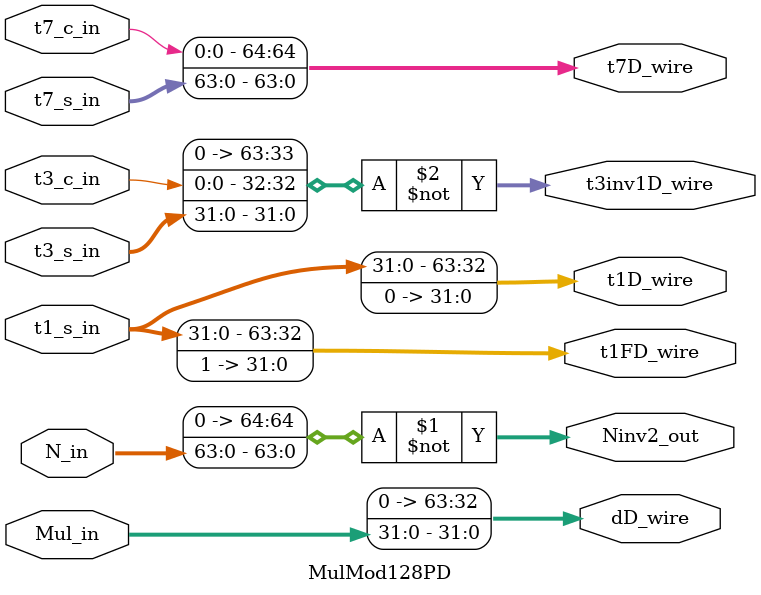
<source format=v>
`include "define.v"                                      
module MulMod128PD(Ninv2_out,                                  
			       t1FD_wire,                                   
				   t1D_wire,                                    
			       t3inv1D_wire,                                
				   dD_wire,                                     
			       t7D_wire,                                    
			       t1_s_in,                                     
			       t3_s_in,                                     
				   t3_c_in,                                     
			       t7_s_in,                                     
				   t7_c_in,                                     
                   Mul_in,                                     
		           N_in                                         
                   ) ;                                         
                                                               
parameter P_WIDTH     = 64 ;                                   
parameter W_WIDTH     = 32 ;                                   
parameter PD_WIDTH    = 128 ;                                  
parameter W_ZERO      = 32'h0 ;                                
parameter W_ZERO1     = 31'h0 ;                                
                                                               
                                                               
output [P_WIDTH:0]   Ninv2_out ;                               
output [P_WIDTH-1:0] t1FD_wire ;                               
output [P_WIDTH-1:0] t1D_wire ;                                
output [P_WIDTH-1:0] t3inv1D_wire ;                            
output [P_WIDTH-1:0] dD_wire ;                                 
output [P_WIDTH:0]   t7D_wire ;                                
                                                               
                                                               
input [W_WIDTH-1:0]  t1_s_in ;                                 
input [W_WIDTH-1:0]  t3_s_in ;                                 
input                t3_c_in ;                                 
input [P_WIDTH-1:0]  t7_s_in ;                                 
input                t7_c_in ;                                 
input [PD_WIDTH-1:0] Mul_in ;                                  
input [P_WIDTH-1:0]  N_in ;                                    
                                                               
	                                                            
	//65-bit inverter N                                         
	assign Ninv2_out = ~{1'b0, N_in} ;                          
	//                                                          
	assign t1FD_wire = {t1_s_in[W_WIDTH-1:0],32'hFFFF_FFFF} ;   
	//                                                          
	assign t1D_wire = {t1_s_in[W_WIDTH-1:0],W_ZERO} ;           
	// inverter t6                                              
	assign t3inv1D_wire = (~{W_ZERO1,t3_c_in,t3_s_in}) ;        
	//	                                                        
	assign dD_wire = {W_ZERO,Mul_in[31:0]} ;                    
	//65-bit t7                                                 
	assign t7D_wire = {t7_c_in,t7_s_in} ;                       
	                                                            
	                                                            
endmodule                                                      

</source>
